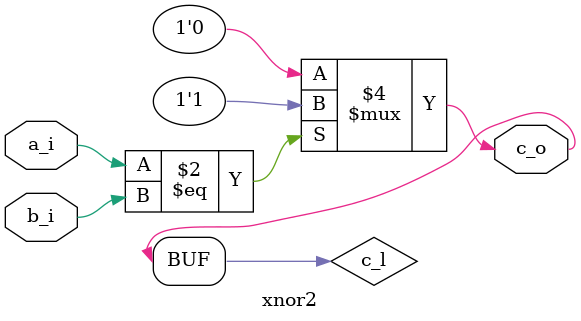
<source format=sv>
module xnor2
  (input [0:0] a_i
  ,input [0:0] b_i
  ,output [0:0] c_o);

   // For Lab 2, you may use assign statements!
   // Your code here:

  logic [0:0] c_l;

  always_comb begin
    c_l = 1'b0;
    if (a_i == b_i) begin
      c_l = 1'b1; 
    end
  end

  assign c_o = c_l;

endmodule

</source>
